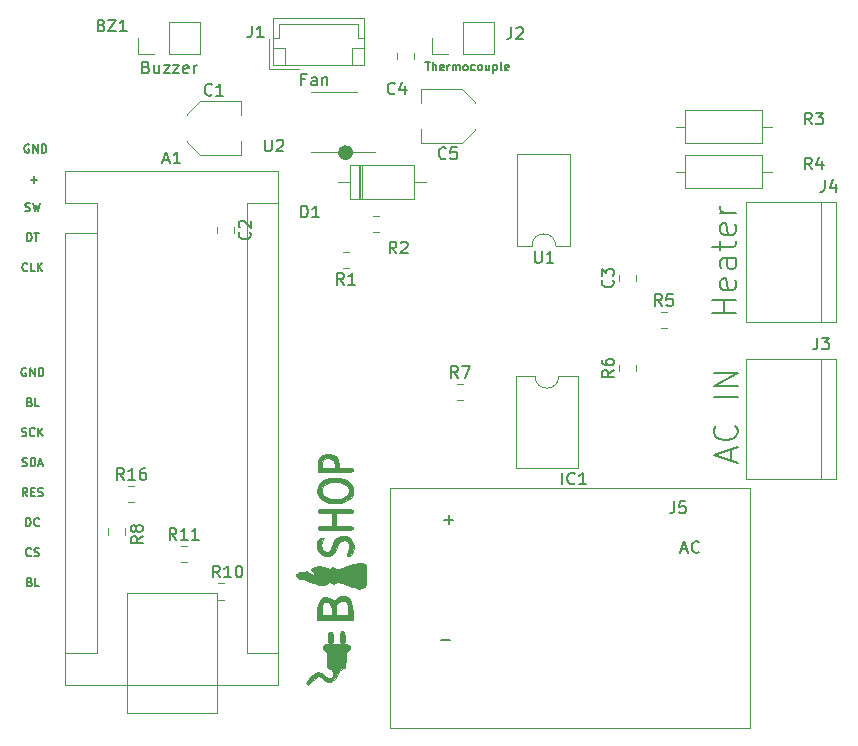
<source format=gbr>
G04 #@! TF.GenerationSoftware,KiCad,Pcbnew,5.1.4-e60b266~84~ubuntu18.04.1*
G04 #@! TF.CreationDate,2019-11-02T22:21:05+01:00*
G04 #@! TF.ProjectId,ReflowControllerREV1,5265666c-6f77-4436-9f6e-74726f6c6c65,rev?*
G04 #@! TF.SameCoordinates,Original*
G04 #@! TF.FileFunction,Legend,Top*
G04 #@! TF.FilePolarity,Positive*
%FSLAX46Y46*%
G04 Gerber Fmt 4.6, Leading zero omitted, Abs format (unit mm)*
G04 Created by KiCad (PCBNEW 5.1.4-e60b266~84~ubuntu18.04.1) date 2019-11-02 22:21:05*
%MOMM*%
%LPD*%
G04 APERTURE LIST*
%ADD10C,0.600000*%
%ADD11C,0.150000*%
%ADD12C,0.120000*%
%ADD13C,0.010000*%
G04 APERTURE END LIST*
D10*
X214706200Y-85394800D02*
G75*
G03X214706200Y-85394800I-355600J0D01*
G01*
D11*
X187599666Y-121743000D02*
X187699666Y-121776333D01*
X187733000Y-121809666D01*
X187766333Y-121876333D01*
X187766333Y-121976333D01*
X187733000Y-122043000D01*
X187699666Y-122076333D01*
X187633000Y-122109666D01*
X187366333Y-122109666D01*
X187366333Y-121409666D01*
X187599666Y-121409666D01*
X187666333Y-121443000D01*
X187699666Y-121476333D01*
X187733000Y-121543000D01*
X187733000Y-121609666D01*
X187699666Y-121676333D01*
X187666333Y-121709666D01*
X187599666Y-121743000D01*
X187366333Y-121743000D01*
X188399666Y-122109666D02*
X188066333Y-122109666D01*
X188066333Y-121409666D01*
X187716333Y-119503000D02*
X187683000Y-119536333D01*
X187583000Y-119569666D01*
X187516333Y-119569666D01*
X187416333Y-119536333D01*
X187349666Y-119469666D01*
X187316333Y-119403000D01*
X187283000Y-119269666D01*
X187283000Y-119169666D01*
X187316333Y-119036333D01*
X187349666Y-118969666D01*
X187416333Y-118903000D01*
X187516333Y-118869666D01*
X187583000Y-118869666D01*
X187683000Y-118903000D01*
X187716333Y-118936333D01*
X187983000Y-119536333D02*
X188083000Y-119569666D01*
X188249666Y-119569666D01*
X188316333Y-119536333D01*
X188349666Y-119503000D01*
X188383000Y-119436333D01*
X188383000Y-119369666D01*
X188349666Y-119303000D01*
X188316333Y-119269666D01*
X188249666Y-119236333D01*
X188116333Y-119203000D01*
X188049666Y-119169666D01*
X188016333Y-119136333D01*
X187983000Y-119069666D01*
X187983000Y-119003000D01*
X188016333Y-118936333D01*
X188049666Y-118903000D01*
X188116333Y-118869666D01*
X188283000Y-118869666D01*
X188383000Y-118903000D01*
X187299666Y-117029666D02*
X187299666Y-116329666D01*
X187466333Y-116329666D01*
X187566333Y-116363000D01*
X187633000Y-116429666D01*
X187666333Y-116496333D01*
X187699666Y-116629666D01*
X187699666Y-116729666D01*
X187666333Y-116863000D01*
X187633000Y-116929666D01*
X187566333Y-116996333D01*
X187466333Y-117029666D01*
X187299666Y-117029666D01*
X188399666Y-116963000D02*
X188366333Y-116996333D01*
X188266333Y-117029666D01*
X188199666Y-117029666D01*
X188099666Y-116996333D01*
X188033000Y-116929666D01*
X187999666Y-116863000D01*
X187966333Y-116729666D01*
X187966333Y-116629666D01*
X187999666Y-116496333D01*
X188033000Y-116429666D01*
X188099666Y-116363000D01*
X188199666Y-116329666D01*
X188266333Y-116329666D01*
X188366333Y-116363000D01*
X188399666Y-116396333D01*
X187399666Y-114489666D02*
X187166333Y-114156333D01*
X186999666Y-114489666D02*
X186999666Y-113789666D01*
X187266333Y-113789666D01*
X187333000Y-113823000D01*
X187366333Y-113856333D01*
X187399666Y-113923000D01*
X187399666Y-114023000D01*
X187366333Y-114089666D01*
X187333000Y-114123000D01*
X187266333Y-114156333D01*
X186999666Y-114156333D01*
X187699666Y-114123000D02*
X187933000Y-114123000D01*
X188033000Y-114489666D02*
X187699666Y-114489666D01*
X187699666Y-113789666D01*
X188033000Y-113789666D01*
X188299666Y-114456333D02*
X188399666Y-114489666D01*
X188566333Y-114489666D01*
X188633000Y-114456333D01*
X188666333Y-114423000D01*
X188699666Y-114356333D01*
X188699666Y-114289666D01*
X188666333Y-114223000D01*
X188633000Y-114189666D01*
X188566333Y-114156333D01*
X188433000Y-114123000D01*
X188366333Y-114089666D01*
X188333000Y-114056333D01*
X188299666Y-113989666D01*
X188299666Y-113923000D01*
X188333000Y-113856333D01*
X188366333Y-113823000D01*
X188433000Y-113789666D01*
X188599666Y-113789666D01*
X188699666Y-113823000D01*
X186983000Y-111916333D02*
X187083000Y-111949666D01*
X187249666Y-111949666D01*
X187316333Y-111916333D01*
X187349666Y-111883000D01*
X187383000Y-111816333D01*
X187383000Y-111749666D01*
X187349666Y-111683000D01*
X187316333Y-111649666D01*
X187249666Y-111616333D01*
X187116333Y-111583000D01*
X187049666Y-111549666D01*
X187016333Y-111516333D01*
X186983000Y-111449666D01*
X186983000Y-111383000D01*
X187016333Y-111316333D01*
X187049666Y-111283000D01*
X187116333Y-111249666D01*
X187283000Y-111249666D01*
X187383000Y-111283000D01*
X187683000Y-111949666D02*
X187683000Y-111249666D01*
X187849666Y-111249666D01*
X187949666Y-111283000D01*
X188016333Y-111349666D01*
X188049666Y-111416333D01*
X188083000Y-111549666D01*
X188083000Y-111649666D01*
X188049666Y-111783000D01*
X188016333Y-111849666D01*
X187949666Y-111916333D01*
X187849666Y-111949666D01*
X187683000Y-111949666D01*
X188349666Y-111749666D02*
X188683000Y-111749666D01*
X188283000Y-111949666D02*
X188516333Y-111249666D01*
X188749666Y-111949666D01*
X186933000Y-109376333D02*
X187033000Y-109409666D01*
X187199666Y-109409666D01*
X187266333Y-109376333D01*
X187299666Y-109343000D01*
X187333000Y-109276333D01*
X187333000Y-109209666D01*
X187299666Y-109143000D01*
X187266333Y-109109666D01*
X187199666Y-109076333D01*
X187066333Y-109043000D01*
X186999666Y-109009666D01*
X186966333Y-108976333D01*
X186933000Y-108909666D01*
X186933000Y-108843000D01*
X186966333Y-108776333D01*
X186999666Y-108743000D01*
X187066333Y-108709666D01*
X187233000Y-108709666D01*
X187333000Y-108743000D01*
X188033000Y-109343000D02*
X187999666Y-109376333D01*
X187899666Y-109409666D01*
X187833000Y-109409666D01*
X187733000Y-109376333D01*
X187666333Y-109309666D01*
X187633000Y-109243000D01*
X187599666Y-109109666D01*
X187599666Y-109009666D01*
X187633000Y-108876333D01*
X187666333Y-108809666D01*
X187733000Y-108743000D01*
X187833000Y-108709666D01*
X187899666Y-108709666D01*
X187999666Y-108743000D01*
X188033000Y-108776333D01*
X188333000Y-109409666D02*
X188333000Y-108709666D01*
X188733000Y-109409666D02*
X188433000Y-109009666D01*
X188733000Y-108709666D02*
X188333000Y-109109666D01*
X187599666Y-106503000D02*
X187699666Y-106536333D01*
X187733000Y-106569666D01*
X187766333Y-106636333D01*
X187766333Y-106736333D01*
X187733000Y-106803000D01*
X187699666Y-106836333D01*
X187633000Y-106869666D01*
X187366333Y-106869666D01*
X187366333Y-106169666D01*
X187599666Y-106169666D01*
X187666333Y-106203000D01*
X187699666Y-106236333D01*
X187733000Y-106303000D01*
X187733000Y-106369666D01*
X187699666Y-106436333D01*
X187666333Y-106469666D01*
X187599666Y-106503000D01*
X187366333Y-106503000D01*
X188399666Y-106869666D02*
X188066333Y-106869666D01*
X188066333Y-106169666D01*
X187299666Y-103663000D02*
X187233000Y-103629666D01*
X187133000Y-103629666D01*
X187033000Y-103663000D01*
X186966333Y-103729666D01*
X186933000Y-103796333D01*
X186899666Y-103929666D01*
X186899666Y-104029666D01*
X186933000Y-104163000D01*
X186966333Y-104229666D01*
X187033000Y-104296333D01*
X187133000Y-104329666D01*
X187199666Y-104329666D01*
X187299666Y-104296333D01*
X187333000Y-104263000D01*
X187333000Y-104029666D01*
X187199666Y-104029666D01*
X187633000Y-104329666D02*
X187633000Y-103629666D01*
X188033000Y-104329666D01*
X188033000Y-103629666D01*
X188366333Y-104329666D02*
X188366333Y-103629666D01*
X188533000Y-103629666D01*
X188633000Y-103663000D01*
X188699666Y-103729666D01*
X188733000Y-103796333D01*
X188766333Y-103929666D01*
X188766333Y-104029666D01*
X188733000Y-104163000D01*
X188699666Y-104229666D01*
X188633000Y-104296333D01*
X188533000Y-104329666D01*
X188366333Y-104329666D01*
X187416333Y-95373000D02*
X187383000Y-95406333D01*
X187283000Y-95439666D01*
X187216333Y-95439666D01*
X187116333Y-95406333D01*
X187049666Y-95339666D01*
X187016333Y-95273000D01*
X186983000Y-95139666D01*
X186983000Y-95039666D01*
X187016333Y-94906333D01*
X187049666Y-94839666D01*
X187116333Y-94773000D01*
X187216333Y-94739666D01*
X187283000Y-94739666D01*
X187383000Y-94773000D01*
X187416333Y-94806333D01*
X188049666Y-95439666D02*
X187716333Y-95439666D01*
X187716333Y-94739666D01*
X188283000Y-95439666D02*
X188283000Y-94739666D01*
X188683000Y-95439666D02*
X188383000Y-95039666D01*
X188683000Y-94739666D02*
X188283000Y-95139666D01*
X187383000Y-92899666D02*
X187383000Y-92199666D01*
X187549666Y-92199666D01*
X187649666Y-92233000D01*
X187716333Y-92299666D01*
X187749666Y-92366333D01*
X187783000Y-92499666D01*
X187783000Y-92599666D01*
X187749666Y-92733000D01*
X187716333Y-92799666D01*
X187649666Y-92866333D01*
X187549666Y-92899666D01*
X187383000Y-92899666D01*
X187983000Y-92199666D02*
X188383000Y-92199666D01*
X188183000Y-92899666D02*
X188183000Y-92199666D01*
X187233000Y-90326333D02*
X187333000Y-90359666D01*
X187499666Y-90359666D01*
X187566333Y-90326333D01*
X187599666Y-90293000D01*
X187633000Y-90226333D01*
X187633000Y-90159666D01*
X187599666Y-90093000D01*
X187566333Y-90059666D01*
X187499666Y-90026333D01*
X187366333Y-89993000D01*
X187299666Y-89959666D01*
X187266333Y-89926333D01*
X187233000Y-89859666D01*
X187233000Y-89793000D01*
X187266333Y-89726333D01*
X187299666Y-89693000D01*
X187366333Y-89659666D01*
X187533000Y-89659666D01*
X187633000Y-89693000D01*
X187866333Y-89659666D02*
X188033000Y-90359666D01*
X188166333Y-89859666D01*
X188299666Y-90359666D01*
X188466333Y-89659666D01*
X187693333Y-87680000D02*
X188226666Y-87680000D01*
X187960000Y-87946666D02*
X187960000Y-87413333D01*
X187553666Y-84740000D02*
X187487000Y-84706666D01*
X187387000Y-84706666D01*
X187287000Y-84740000D01*
X187220333Y-84806666D01*
X187187000Y-84873333D01*
X187153666Y-85006666D01*
X187153666Y-85106666D01*
X187187000Y-85240000D01*
X187220333Y-85306666D01*
X187287000Y-85373333D01*
X187387000Y-85406666D01*
X187453666Y-85406666D01*
X187553666Y-85373333D01*
X187587000Y-85340000D01*
X187587000Y-85106666D01*
X187453666Y-85106666D01*
X187887000Y-85406666D02*
X187887000Y-84706666D01*
X188287000Y-85406666D01*
X188287000Y-84706666D01*
X188620333Y-85406666D02*
X188620333Y-84706666D01*
X188787000Y-84706666D01*
X188887000Y-84740000D01*
X188953666Y-84806666D01*
X188987000Y-84873333D01*
X189020333Y-85006666D01*
X189020333Y-85106666D01*
X188987000Y-85240000D01*
X188953666Y-85306666D01*
X188887000Y-85373333D01*
X188787000Y-85406666D01*
X188620333Y-85406666D01*
X210947095Y-79176571D02*
X210613761Y-79176571D01*
X210613761Y-79700380D02*
X210613761Y-78700380D01*
X211089952Y-78700380D01*
X211899476Y-79700380D02*
X211899476Y-79176571D01*
X211851857Y-79081333D01*
X211756619Y-79033714D01*
X211566142Y-79033714D01*
X211470904Y-79081333D01*
X211899476Y-79652761D02*
X211804238Y-79700380D01*
X211566142Y-79700380D01*
X211470904Y-79652761D01*
X211423285Y-79557523D01*
X211423285Y-79462285D01*
X211470904Y-79367047D01*
X211566142Y-79319428D01*
X211804238Y-79319428D01*
X211899476Y-79271809D01*
X212375666Y-79033714D02*
X212375666Y-79700380D01*
X212375666Y-79128952D02*
X212423285Y-79081333D01*
X212518523Y-79033714D01*
X212661380Y-79033714D01*
X212756619Y-79081333D01*
X212804238Y-79176571D01*
X212804238Y-79700380D01*
X197461428Y-78160571D02*
X197604285Y-78208190D01*
X197651904Y-78255809D01*
X197699523Y-78351047D01*
X197699523Y-78493904D01*
X197651904Y-78589142D01*
X197604285Y-78636761D01*
X197509047Y-78684380D01*
X197128095Y-78684380D01*
X197128095Y-77684380D01*
X197461428Y-77684380D01*
X197556666Y-77732000D01*
X197604285Y-77779619D01*
X197651904Y-77874857D01*
X197651904Y-77970095D01*
X197604285Y-78065333D01*
X197556666Y-78112952D01*
X197461428Y-78160571D01*
X197128095Y-78160571D01*
X198556666Y-78017714D02*
X198556666Y-78684380D01*
X198128095Y-78017714D02*
X198128095Y-78541523D01*
X198175714Y-78636761D01*
X198270952Y-78684380D01*
X198413809Y-78684380D01*
X198509047Y-78636761D01*
X198556666Y-78589142D01*
X198937619Y-78017714D02*
X199461428Y-78017714D01*
X198937619Y-78684380D01*
X199461428Y-78684380D01*
X199747142Y-78017714D02*
X200270952Y-78017714D01*
X199747142Y-78684380D01*
X200270952Y-78684380D01*
X201032857Y-78636761D02*
X200937619Y-78684380D01*
X200747142Y-78684380D01*
X200651904Y-78636761D01*
X200604285Y-78541523D01*
X200604285Y-78160571D01*
X200651904Y-78065333D01*
X200747142Y-78017714D01*
X200937619Y-78017714D01*
X201032857Y-78065333D01*
X201080476Y-78160571D01*
X201080476Y-78255809D01*
X200604285Y-78351047D01*
X201509047Y-78684380D02*
X201509047Y-78017714D01*
X201509047Y-78208190D02*
X201556666Y-78112952D01*
X201604285Y-78065333D01*
X201699523Y-78017714D01*
X201794761Y-78017714D01*
X221113000Y-77721666D02*
X221513000Y-77721666D01*
X221313000Y-78421666D02*
X221313000Y-77721666D01*
X221746333Y-78421666D02*
X221746333Y-77721666D01*
X222046333Y-78421666D02*
X222046333Y-78055000D01*
X222013000Y-77988333D01*
X221946333Y-77955000D01*
X221846333Y-77955000D01*
X221779666Y-77988333D01*
X221746333Y-78021666D01*
X222646333Y-78388333D02*
X222579666Y-78421666D01*
X222446333Y-78421666D01*
X222379666Y-78388333D01*
X222346333Y-78321666D01*
X222346333Y-78055000D01*
X222379666Y-77988333D01*
X222446333Y-77955000D01*
X222579666Y-77955000D01*
X222646333Y-77988333D01*
X222679666Y-78055000D01*
X222679666Y-78121666D01*
X222346333Y-78188333D01*
X222979666Y-78421666D02*
X222979666Y-77955000D01*
X222979666Y-78088333D02*
X223013000Y-78021666D01*
X223046333Y-77988333D01*
X223113000Y-77955000D01*
X223179666Y-77955000D01*
X223413000Y-78421666D02*
X223413000Y-77955000D01*
X223413000Y-78021666D02*
X223446333Y-77988333D01*
X223513000Y-77955000D01*
X223613000Y-77955000D01*
X223679666Y-77988333D01*
X223713000Y-78055000D01*
X223713000Y-78421666D01*
X223713000Y-78055000D02*
X223746333Y-77988333D01*
X223813000Y-77955000D01*
X223913000Y-77955000D01*
X223979666Y-77988333D01*
X224013000Y-78055000D01*
X224013000Y-78421666D01*
X224446333Y-78421666D02*
X224379666Y-78388333D01*
X224346333Y-78355000D01*
X224313000Y-78288333D01*
X224313000Y-78088333D01*
X224346333Y-78021666D01*
X224379666Y-77988333D01*
X224446333Y-77955000D01*
X224546333Y-77955000D01*
X224613000Y-77988333D01*
X224646333Y-78021666D01*
X224679666Y-78088333D01*
X224679666Y-78288333D01*
X224646333Y-78355000D01*
X224613000Y-78388333D01*
X224546333Y-78421666D01*
X224446333Y-78421666D01*
X225279666Y-78388333D02*
X225213000Y-78421666D01*
X225079666Y-78421666D01*
X225013000Y-78388333D01*
X224979666Y-78355000D01*
X224946333Y-78288333D01*
X224946333Y-78088333D01*
X224979666Y-78021666D01*
X225013000Y-77988333D01*
X225079666Y-77955000D01*
X225213000Y-77955000D01*
X225279666Y-77988333D01*
X225679666Y-78421666D02*
X225613000Y-78388333D01*
X225579666Y-78355000D01*
X225546333Y-78288333D01*
X225546333Y-78088333D01*
X225579666Y-78021666D01*
X225613000Y-77988333D01*
X225679666Y-77955000D01*
X225779666Y-77955000D01*
X225846333Y-77988333D01*
X225879666Y-78021666D01*
X225913000Y-78088333D01*
X225913000Y-78288333D01*
X225879666Y-78355000D01*
X225846333Y-78388333D01*
X225779666Y-78421666D01*
X225679666Y-78421666D01*
X226513000Y-77955000D02*
X226513000Y-78421666D01*
X226213000Y-77955000D02*
X226213000Y-78321666D01*
X226246333Y-78388333D01*
X226313000Y-78421666D01*
X226413000Y-78421666D01*
X226479666Y-78388333D01*
X226513000Y-78355000D01*
X226846333Y-77955000D02*
X226846333Y-78655000D01*
X226846333Y-77988333D02*
X226913000Y-77955000D01*
X227046333Y-77955000D01*
X227113000Y-77988333D01*
X227146333Y-78021666D01*
X227179666Y-78088333D01*
X227179666Y-78288333D01*
X227146333Y-78355000D01*
X227113000Y-78388333D01*
X227046333Y-78421666D01*
X226913000Y-78421666D01*
X226846333Y-78388333D01*
X227579666Y-78421666D02*
X227513000Y-78388333D01*
X227479666Y-78321666D01*
X227479666Y-77721666D01*
X228113000Y-78388333D02*
X228046333Y-78421666D01*
X227913000Y-78421666D01*
X227846333Y-78388333D01*
X227813000Y-78321666D01*
X227813000Y-78055000D01*
X227846333Y-77988333D01*
X227913000Y-77955000D01*
X228046333Y-77955000D01*
X228113000Y-77988333D01*
X228146333Y-78055000D01*
X228146333Y-78121666D01*
X227813000Y-78188333D01*
X247411761Y-98995952D02*
X245411761Y-98995952D01*
X246364142Y-98995952D02*
X246364142Y-97853095D01*
X247411761Y-97853095D02*
X245411761Y-97853095D01*
X247316523Y-96138809D02*
X247411761Y-96329285D01*
X247411761Y-96710238D01*
X247316523Y-96900714D01*
X247126047Y-96995952D01*
X246364142Y-96995952D01*
X246173666Y-96900714D01*
X246078428Y-96710238D01*
X246078428Y-96329285D01*
X246173666Y-96138809D01*
X246364142Y-96043571D01*
X246554619Y-96043571D01*
X246745095Y-96995952D01*
X247411761Y-94329285D02*
X246364142Y-94329285D01*
X246173666Y-94424523D01*
X246078428Y-94615000D01*
X246078428Y-94995952D01*
X246173666Y-95186428D01*
X247316523Y-94329285D02*
X247411761Y-94519761D01*
X247411761Y-94995952D01*
X247316523Y-95186428D01*
X247126047Y-95281666D01*
X246935571Y-95281666D01*
X246745095Y-95186428D01*
X246649857Y-94995952D01*
X246649857Y-94519761D01*
X246554619Y-94329285D01*
X246078428Y-93662619D02*
X246078428Y-92900714D01*
X245411761Y-93376904D02*
X247126047Y-93376904D01*
X247316523Y-93281666D01*
X247411761Y-93091190D01*
X247411761Y-92900714D01*
X247316523Y-91472142D02*
X247411761Y-91662619D01*
X247411761Y-92043571D01*
X247316523Y-92234047D01*
X247126047Y-92329285D01*
X246364142Y-92329285D01*
X246173666Y-92234047D01*
X246078428Y-92043571D01*
X246078428Y-91662619D01*
X246173666Y-91472142D01*
X246364142Y-91376904D01*
X246554619Y-91376904D01*
X246745095Y-92329285D01*
X247411761Y-90519761D02*
X246078428Y-90519761D01*
X246459380Y-90519761D02*
X246268904Y-90424523D01*
X246173666Y-90329285D01*
X246078428Y-90138809D01*
X246078428Y-89948333D01*
X246967333Y-111457904D02*
X246967333Y-110505523D01*
X247538761Y-111648380D02*
X245538761Y-110981714D01*
X247538761Y-110315047D01*
X247348285Y-108505523D02*
X247443523Y-108600761D01*
X247538761Y-108886476D01*
X247538761Y-109076952D01*
X247443523Y-109362666D01*
X247253047Y-109553142D01*
X247062571Y-109648380D01*
X246681619Y-109743619D01*
X246395904Y-109743619D01*
X246014952Y-109648380D01*
X245824476Y-109553142D01*
X245634000Y-109362666D01*
X245538761Y-109076952D01*
X245538761Y-108886476D01*
X245634000Y-108600761D01*
X245729238Y-108505523D01*
X247538761Y-106124571D02*
X245538761Y-106124571D01*
X247538761Y-105172190D02*
X245538761Y-105172190D01*
X247538761Y-104029333D01*
X245538761Y-104029333D01*
D12*
X195834000Y-132842000D02*
X195834000Y-122682000D01*
X203454000Y-132842000D02*
X195834000Y-132842000D01*
X203454000Y-122682000D02*
X203454000Y-132842000D01*
X195834000Y-122682000D02*
X203454000Y-122682000D01*
D13*
G36*
X212868048Y-126445690D02*
G01*
X212868941Y-126428500D01*
X212891037Y-126150797D01*
X212930589Y-126003467D01*
X213003175Y-125947560D01*
X213063667Y-125941666D01*
X213161400Y-125963550D01*
X213217424Y-126055169D01*
X213247317Y-126255471D01*
X213258392Y-126428500D01*
X213268573Y-126702180D01*
X213251634Y-126847478D01*
X213191336Y-126904993D01*
X213071439Y-126915327D01*
X213063667Y-126915333D01*
X212940397Y-126906281D01*
X212877530Y-126852057D01*
X212858827Y-126712060D01*
X212868048Y-126445690D01*
X212868048Y-126445690D01*
G37*
X212868048Y-126445690D02*
X212868941Y-126428500D01*
X212891037Y-126150797D01*
X212930589Y-126003467D01*
X213003175Y-125947560D01*
X213063667Y-125941666D01*
X213161400Y-125963550D01*
X213217424Y-126055169D01*
X213247317Y-126255471D01*
X213258392Y-126428500D01*
X213268573Y-126702180D01*
X213251634Y-126847478D01*
X213191336Y-126904993D01*
X213071439Y-126915327D01*
X213063667Y-126915333D01*
X212940397Y-126906281D01*
X212877530Y-126852057D01*
X212858827Y-126712060D01*
X212868048Y-126445690D01*
G36*
X213882328Y-126150667D02*
G01*
X213931389Y-125986717D01*
X214003545Y-125926672D01*
X214154089Y-125935923D01*
X214248833Y-126101960D01*
X214288599Y-126426464D01*
X214290037Y-126513166D01*
X214283139Y-126756399D01*
X214244927Y-126874810D01*
X214152217Y-126912718D01*
X214079667Y-126915333D01*
X213958699Y-126903337D01*
X213895559Y-126839797D01*
X213871566Y-126683385D01*
X213868000Y-126447009D01*
X213882328Y-126150667D01*
X213882328Y-126150667D01*
G37*
X213882328Y-126150667D02*
X213931389Y-125986717D01*
X214003545Y-125926672D01*
X214154089Y-125935923D01*
X214248833Y-126101960D01*
X214288599Y-126426464D01*
X214290037Y-126513166D01*
X214283139Y-126756399D01*
X214244927Y-126874810D01*
X214152217Y-126912718D01*
X214079667Y-126915333D01*
X213958699Y-126903337D01*
X213895559Y-126839797D01*
X213871566Y-126683385D01*
X213868000Y-126447009D01*
X213882328Y-126150667D01*
G36*
X211088197Y-130179888D02*
G01*
X211251854Y-129957039D01*
X211283854Y-129917683D01*
X211565257Y-129610091D01*
X211803862Y-129441041D01*
X212029514Y-129396117D01*
X212249397Y-129451218D01*
X212479865Y-129578885D01*
X212647335Y-129717070D01*
X212847475Y-129847103D01*
X213072482Y-129870021D01*
X213251844Y-129779380D01*
X213257460Y-129772833D01*
X213319480Y-129579854D01*
X213258873Y-129354206D01*
X213096296Y-129153462D01*
X213015124Y-129097421D01*
X212888707Y-129015733D01*
X212814765Y-128921866D01*
X212779256Y-128771722D01*
X212768139Y-128521205D01*
X212767333Y-128319250D01*
X212761433Y-127984798D01*
X212737462Y-127779096D01*
X212686012Y-127661782D01*
X212598000Y-127592666D01*
X212470480Y-127453771D01*
X212432369Y-127267427D01*
X212488343Y-127105138D01*
X212562591Y-127051392D01*
X212711196Y-127027634D01*
X212982511Y-127011439D01*
X213330082Y-127002806D01*
X213707453Y-127001736D01*
X214068172Y-127008228D01*
X214365782Y-127022283D01*
X214553831Y-127043900D01*
X214580742Y-127051392D01*
X214690886Y-127168863D01*
X214705516Y-127350717D01*
X214628910Y-127524534D01*
X214548875Y-127590771D01*
X214461603Y-127663640D01*
X214407105Y-127793588D01*
X214375454Y-128019369D01*
X214358375Y-128334583D01*
X214342866Y-128665637D01*
X214316654Y-128869579D01*
X214263970Y-128988557D01*
X214169043Y-129064715D01*
X214065748Y-129116666D01*
X213830257Y-129299433D01*
X213751320Y-129471727D01*
X213641711Y-129735862D01*
X213448673Y-129983512D01*
X213218972Y-130166963D01*
X212999781Y-130238500D01*
X212802152Y-130186834D01*
X212556551Y-130055869D01*
X212442029Y-129973916D01*
X212229320Y-129820614D01*
X212059954Y-129725112D01*
X212005136Y-129709333D01*
X211898220Y-129767764D01*
X211721134Y-129920162D01*
X211533851Y-130110631D01*
X211318397Y-130330112D01*
X211177492Y-130430183D01*
X211084968Y-130427561D01*
X211064133Y-130410666D01*
X211030278Y-130320652D01*
X211088197Y-130179888D01*
X211088197Y-130179888D01*
G37*
X211088197Y-130179888D02*
X211251854Y-129957039D01*
X211283854Y-129917683D01*
X211565257Y-129610091D01*
X211803862Y-129441041D01*
X212029514Y-129396117D01*
X212249397Y-129451218D01*
X212479865Y-129578885D01*
X212647335Y-129717070D01*
X212847475Y-129847103D01*
X213072482Y-129870021D01*
X213251844Y-129779380D01*
X213257460Y-129772833D01*
X213319480Y-129579854D01*
X213258873Y-129354206D01*
X213096296Y-129153462D01*
X213015124Y-129097421D01*
X212888707Y-129015733D01*
X212814765Y-128921866D01*
X212779256Y-128771722D01*
X212768139Y-128521205D01*
X212767333Y-128319250D01*
X212761433Y-127984798D01*
X212737462Y-127779096D01*
X212686012Y-127661782D01*
X212598000Y-127592666D01*
X212470480Y-127453771D01*
X212432369Y-127267427D01*
X212488343Y-127105138D01*
X212562591Y-127051392D01*
X212711196Y-127027634D01*
X212982511Y-127011439D01*
X213330082Y-127002806D01*
X213707453Y-127001736D01*
X214068172Y-127008228D01*
X214365782Y-127022283D01*
X214553831Y-127043900D01*
X214580742Y-127051392D01*
X214690886Y-127168863D01*
X214705516Y-127350717D01*
X214628910Y-127524534D01*
X214548875Y-127590771D01*
X214461603Y-127663640D01*
X214407105Y-127793588D01*
X214375454Y-128019369D01*
X214358375Y-128334583D01*
X214342866Y-128665637D01*
X214316654Y-128869579D01*
X214263970Y-128988557D01*
X214169043Y-129064715D01*
X214065748Y-129116666D01*
X213830257Y-129299433D01*
X213751320Y-129471727D01*
X213641711Y-129735862D01*
X213448673Y-129983512D01*
X213218972Y-130166963D01*
X212999781Y-130238500D01*
X212802152Y-130186834D01*
X212556551Y-130055869D01*
X212442029Y-129973916D01*
X212229320Y-129820614D01*
X212059954Y-129725112D01*
X212005136Y-129709333D01*
X211898220Y-129767764D01*
X211721134Y-129920162D01*
X211533851Y-130110631D01*
X211318397Y-130330112D01*
X211177492Y-130430183D01*
X211084968Y-130427561D01*
X211064133Y-130410666D01*
X211030278Y-130320652D01*
X211088197Y-130179888D01*
G36*
X212008026Y-111908166D02*
G01*
X212050513Y-111473424D01*
X212182909Y-111174401D01*
X212420373Y-110994875D01*
X212778061Y-110918626D01*
X212937613Y-110913333D01*
X213304402Y-110987514D01*
X213583841Y-111192470D01*
X213749373Y-111501820D01*
X213783333Y-111753487D01*
X213783333Y-112098666D01*
X214376000Y-112098666D01*
X214687464Y-112103235D01*
X214865898Y-112123837D01*
X214947508Y-112170817D01*
X214968501Y-112254521D01*
X214968667Y-112268000D01*
X214961290Y-112328933D01*
X214923619Y-112373178D01*
X214832341Y-112403400D01*
X214664146Y-112422262D01*
X214395720Y-112432429D01*
X214003753Y-112436564D01*
X213487000Y-112437333D01*
X212344000Y-112437333D01*
X212344000Y-112098666D01*
X213444667Y-112098666D01*
X213444667Y-111807134D01*
X213393025Y-111537885D01*
X213256494Y-111383801D01*
X212971703Y-111264852D01*
X212700402Y-111285292D01*
X212482673Y-111426525D01*
X212358599Y-111669958D01*
X212344000Y-111807134D01*
X212344000Y-112098666D01*
X212344000Y-112437333D01*
X212005333Y-112437333D01*
X212008026Y-111908166D01*
X212008026Y-111908166D01*
G37*
X212008026Y-111908166D02*
X212050513Y-111473424D01*
X212182909Y-111174401D01*
X212420373Y-110994875D01*
X212778061Y-110918626D01*
X212937613Y-110913333D01*
X213304402Y-110987514D01*
X213583841Y-111192470D01*
X213749373Y-111501820D01*
X213783333Y-111753487D01*
X213783333Y-112098666D01*
X214376000Y-112098666D01*
X214687464Y-112103235D01*
X214865898Y-112123837D01*
X214947508Y-112170817D01*
X214968501Y-112254521D01*
X214968667Y-112268000D01*
X214961290Y-112328933D01*
X214923619Y-112373178D01*
X214832341Y-112403400D01*
X214664146Y-112422262D01*
X214395720Y-112432429D01*
X214003753Y-112436564D01*
X213487000Y-112437333D01*
X212344000Y-112437333D01*
X212344000Y-112098666D01*
X213444667Y-112098666D01*
X213444667Y-111807134D01*
X213393025Y-111537885D01*
X213256494Y-111383801D01*
X212971703Y-111264852D01*
X212700402Y-111285292D01*
X212482673Y-111426525D01*
X212358599Y-111669958D01*
X212344000Y-111807134D01*
X212344000Y-112098666D01*
X212344000Y-112437333D01*
X212005333Y-112437333D01*
X212008026Y-111908166D01*
G36*
X212012710Y-115678400D02*
G01*
X212050381Y-115634155D01*
X212141659Y-115603933D01*
X212309854Y-115585071D01*
X212578280Y-115574904D01*
X212970247Y-115570769D01*
X213487000Y-115570000D01*
X214020166Y-115570843D01*
X214407312Y-115575148D01*
X214671751Y-115585580D01*
X214836793Y-115604802D01*
X214925752Y-115635479D01*
X214961937Y-115680276D01*
X214968667Y-115739333D01*
X214955274Y-115821668D01*
X214893023Y-115871960D01*
X214748803Y-115898000D01*
X214489504Y-115907578D01*
X214249000Y-115908666D01*
X213529333Y-115908666D01*
X213529333Y-117009333D01*
X214249000Y-117009333D01*
X214598923Y-117012484D01*
X214812664Y-117027132D01*
X214923332Y-117061066D01*
X214964039Y-117122077D01*
X214968667Y-117178666D01*
X214961290Y-117239600D01*
X214923619Y-117283845D01*
X214832341Y-117314067D01*
X214664146Y-117332929D01*
X214395720Y-117343095D01*
X214003753Y-117347231D01*
X213487000Y-117348000D01*
X212953834Y-117347157D01*
X212566687Y-117342852D01*
X212302249Y-117332420D01*
X212137206Y-117313197D01*
X212048248Y-117282520D01*
X212012062Y-117237724D01*
X212005333Y-117178666D01*
X212021323Y-117089677D01*
X212093430Y-117038696D01*
X212257861Y-117015378D01*
X212550824Y-117009380D01*
X212598000Y-117009333D01*
X213190667Y-117009333D01*
X213190667Y-115908666D01*
X212598000Y-115908666D01*
X212286535Y-115904098D01*
X212108102Y-115883496D01*
X212026492Y-115836516D01*
X212005498Y-115752812D01*
X212005333Y-115739333D01*
X212012710Y-115678400D01*
X212012710Y-115678400D01*
G37*
X212012710Y-115678400D02*
X212050381Y-115634155D01*
X212141659Y-115603933D01*
X212309854Y-115585071D01*
X212578280Y-115574904D01*
X212970247Y-115570769D01*
X213487000Y-115570000D01*
X214020166Y-115570843D01*
X214407312Y-115575148D01*
X214671751Y-115585580D01*
X214836793Y-115604802D01*
X214925752Y-115635479D01*
X214961937Y-115680276D01*
X214968667Y-115739333D01*
X214955274Y-115821668D01*
X214893023Y-115871960D01*
X214748803Y-115898000D01*
X214489504Y-115907578D01*
X214249000Y-115908666D01*
X213529333Y-115908666D01*
X213529333Y-117009333D01*
X214249000Y-117009333D01*
X214598923Y-117012484D01*
X214812664Y-117027132D01*
X214923332Y-117061066D01*
X214964039Y-117122077D01*
X214968667Y-117178666D01*
X214961290Y-117239600D01*
X214923619Y-117283845D01*
X214832341Y-117314067D01*
X214664146Y-117332929D01*
X214395720Y-117343095D01*
X214003753Y-117347231D01*
X213487000Y-117348000D01*
X212953834Y-117347157D01*
X212566687Y-117342852D01*
X212302249Y-117332420D01*
X212137206Y-117313197D01*
X212048248Y-117282520D01*
X212012062Y-117237724D01*
X212005333Y-117178666D01*
X212021323Y-117089677D01*
X212093430Y-117038696D01*
X212257861Y-117015378D01*
X212550824Y-117009380D01*
X212598000Y-117009333D01*
X213190667Y-117009333D01*
X213190667Y-115908666D01*
X212598000Y-115908666D01*
X212286535Y-115904098D01*
X212108102Y-115883496D01*
X212026492Y-115836516D01*
X212005498Y-115752812D01*
X212005333Y-115739333D01*
X212012710Y-115678400D01*
G36*
X211922686Y-124481166D02*
G01*
X211958260Y-123908971D01*
X212062563Y-123485365D01*
X212240046Y-123202279D01*
X212495161Y-123051643D01*
X212728332Y-123020666D01*
X212978417Y-123068329D01*
X213178800Y-123187769D01*
X213273653Y-123343667D01*
X213275333Y-123366717D01*
X213324001Y-123360084D01*
X213447039Y-123250947D01*
X213518606Y-123174402D01*
X213736058Y-122980788D01*
X213962515Y-122906692D01*
X214057957Y-122902133D01*
X214404944Y-122956082D01*
X214662975Y-123125022D01*
X214838530Y-123419595D01*
X214938093Y-123850443D01*
X214968194Y-124396500D01*
X214968667Y-124968000D01*
X213529333Y-124968000D01*
X213529333Y-124544666D01*
X214545333Y-124544666D01*
X214545333Y-124053600D01*
X214528732Y-123768814D01*
X214485882Y-123547600D01*
X214443733Y-123460933D01*
X214261771Y-123378044D01*
X214009956Y-123366480D01*
X213770435Y-123422934D01*
X213662381Y-123492381D01*
X213564618Y-123699336D01*
X213529435Y-124060070D01*
X213529333Y-124085047D01*
X213529333Y-124544666D01*
X213529333Y-124968000D01*
X212344000Y-124968000D01*
X212344000Y-124544666D01*
X213211635Y-124544666D01*
X213172372Y-124071207D01*
X213127731Y-123774701D01*
X213057481Y-123573966D01*
X213013721Y-123522170D01*
X212786137Y-123450562D01*
X212552771Y-123479498D01*
X212445600Y-123545600D01*
X212387817Y-123683562D01*
X212351013Y-123925510D01*
X212344000Y-124095933D01*
X212344000Y-124544666D01*
X212344000Y-124968000D01*
X211920667Y-124968000D01*
X211922686Y-124481166D01*
X211922686Y-124481166D01*
G37*
X211922686Y-124481166D02*
X211958260Y-123908971D01*
X212062563Y-123485365D01*
X212240046Y-123202279D01*
X212495161Y-123051643D01*
X212728332Y-123020666D01*
X212978417Y-123068329D01*
X213178800Y-123187769D01*
X213273653Y-123343667D01*
X213275333Y-123366717D01*
X213324001Y-123360084D01*
X213447039Y-123250947D01*
X213518606Y-123174402D01*
X213736058Y-122980788D01*
X213962515Y-122906692D01*
X214057957Y-122902133D01*
X214404944Y-122956082D01*
X214662975Y-123125022D01*
X214838530Y-123419595D01*
X214938093Y-123850443D01*
X214968194Y-124396500D01*
X214968667Y-124968000D01*
X213529333Y-124968000D01*
X213529333Y-124544666D01*
X214545333Y-124544666D01*
X214545333Y-124053600D01*
X214528732Y-123768814D01*
X214485882Y-123547600D01*
X214443733Y-123460933D01*
X214261771Y-123378044D01*
X214009956Y-123366480D01*
X213770435Y-123422934D01*
X213662381Y-123492381D01*
X213564618Y-123699336D01*
X213529435Y-124060070D01*
X213529333Y-124085047D01*
X213529333Y-124544666D01*
X213529333Y-124968000D01*
X212344000Y-124968000D01*
X212344000Y-124544666D01*
X213211635Y-124544666D01*
X213172372Y-124071207D01*
X213127731Y-123774701D01*
X213057481Y-123573966D01*
X213013721Y-123522170D01*
X212786137Y-123450562D01*
X212552771Y-123479498D01*
X212445600Y-123545600D01*
X212387817Y-123683562D01*
X212351013Y-123925510D01*
X212344000Y-124095933D01*
X212344000Y-124544666D01*
X212344000Y-124968000D01*
X211920667Y-124968000D01*
X211922686Y-124481166D01*
G36*
X212017676Y-113672940D02*
G01*
X212212457Y-113363449D01*
X212534192Y-113115023D01*
X212709345Y-113035386D01*
X212992167Y-112973733D01*
X213368283Y-112949016D01*
X213768322Y-112960110D01*
X214122913Y-113005891D01*
X214315219Y-113061421D01*
X214652658Y-113275278D01*
X214894641Y-113568490D01*
X215021191Y-113902357D01*
X215012328Y-114238180D01*
X214976501Y-114342333D01*
X214794098Y-114602809D01*
X214511916Y-114839898D01*
X214250737Y-114976985D01*
X213877534Y-115058764D01*
X213466006Y-115071086D01*
X213466006Y-114718428D01*
X213881548Y-114690561D01*
X214224550Y-114601542D01*
X214252810Y-114588851D01*
X214515138Y-114388908D01*
X214640794Y-114130088D01*
X214630128Y-113853003D01*
X214483492Y-113598266D01*
X214242750Y-113425071D01*
X213899562Y-113324154D01*
X213481090Y-113288643D01*
X213064435Y-113319046D01*
X212728360Y-113415080D01*
X212452394Y-113619532D01*
X212317475Y-113878815D01*
X212323730Y-114155020D01*
X212471286Y-114410239D01*
X212724440Y-114590393D01*
X213054708Y-114685064D01*
X213466006Y-114718428D01*
X213466006Y-115071086D01*
X213426359Y-115072274D01*
X212972525Y-115021200D01*
X212591343Y-114909226D01*
X212558867Y-114894216D01*
X212220443Y-114654134D01*
X212019129Y-114349649D01*
X211952387Y-114012129D01*
X212017676Y-113672940D01*
X212017676Y-113672940D01*
G37*
X212017676Y-113672940D02*
X212212457Y-113363449D01*
X212534192Y-113115023D01*
X212709345Y-113035386D01*
X212992167Y-112973733D01*
X213368283Y-112949016D01*
X213768322Y-112960110D01*
X214122913Y-113005891D01*
X214315219Y-113061421D01*
X214652658Y-113275278D01*
X214894641Y-113568490D01*
X215021191Y-113902357D01*
X215012328Y-114238180D01*
X214976501Y-114342333D01*
X214794098Y-114602809D01*
X214511916Y-114839898D01*
X214250737Y-114976985D01*
X213877534Y-115058764D01*
X213466006Y-115071086D01*
X213466006Y-114718428D01*
X213881548Y-114690561D01*
X214224550Y-114601542D01*
X214252810Y-114588851D01*
X214515138Y-114388908D01*
X214640794Y-114130088D01*
X214630128Y-113853003D01*
X214483492Y-113598266D01*
X214242750Y-113425071D01*
X213899562Y-113324154D01*
X213481090Y-113288643D01*
X213064435Y-113319046D01*
X212728360Y-113415080D01*
X212452394Y-113619532D01*
X212317475Y-113878815D01*
X212323730Y-114155020D01*
X212471286Y-114410239D01*
X212724440Y-114590393D01*
X213054708Y-114685064D01*
X213466006Y-114718428D01*
X213466006Y-115071086D01*
X213426359Y-115072274D01*
X212972525Y-115021200D01*
X212591343Y-114909226D01*
X212558867Y-114894216D01*
X212220443Y-114654134D01*
X212019129Y-114349649D01*
X211952387Y-114012129D01*
X212017676Y-113672940D01*
G36*
X211972730Y-118424688D02*
G01*
X212037843Y-118192896D01*
X212129888Y-118081007D01*
X212278447Y-118041074D01*
X212509227Y-118014482D01*
X212382846Y-118316954D01*
X212305196Y-118644633D01*
X212347905Y-118919752D01*
X212493199Y-119112592D01*
X212723303Y-119193431D01*
X212896244Y-119175419D01*
X213032203Y-119100125D01*
X213138415Y-118928378D01*
X213225058Y-118675122D01*
X213371498Y-118294753D01*
X213563077Y-118052488D01*
X213828992Y-117917851D01*
X213983100Y-117883863D01*
X214367170Y-117888912D01*
X214687250Y-118024308D01*
X214908350Y-118273554D01*
X214936748Y-118333533D01*
X215027780Y-118610465D01*
X215035010Y-118859114D01*
X214959002Y-119162063D01*
X214942721Y-119210666D01*
X214821506Y-119440868D01*
X214649395Y-119534045D01*
X214639249Y-119535617D01*
X214496917Y-119535719D01*
X214483235Y-119454641D01*
X214499900Y-119408617D01*
X214635476Y-118967062D01*
X214652023Y-118615714D01*
X214551279Y-118366145D01*
X214334982Y-118229926D01*
X214322332Y-118226590D01*
X214056696Y-118238419D01*
X213827872Y-118401694D01*
X213656203Y-118699327D01*
X213616989Y-118818989D01*
X213476135Y-119173708D01*
X213275228Y-119392807D01*
X212983105Y-119507518D01*
X212917940Y-119519570D01*
X212545784Y-119508066D01*
X212245980Y-119359748D01*
X212039787Y-119099243D01*
X211948467Y-118751177D01*
X211972730Y-118424688D01*
X211972730Y-118424688D01*
G37*
X211972730Y-118424688D02*
X212037843Y-118192896D01*
X212129888Y-118081007D01*
X212278447Y-118041074D01*
X212509227Y-118014482D01*
X212382846Y-118316954D01*
X212305196Y-118644633D01*
X212347905Y-118919752D01*
X212493199Y-119112592D01*
X212723303Y-119193431D01*
X212896244Y-119175419D01*
X213032203Y-119100125D01*
X213138415Y-118928378D01*
X213225058Y-118675122D01*
X213371498Y-118294753D01*
X213563077Y-118052488D01*
X213828992Y-117917851D01*
X213983100Y-117883863D01*
X214367170Y-117888912D01*
X214687250Y-118024308D01*
X214908350Y-118273554D01*
X214936748Y-118333533D01*
X215027780Y-118610465D01*
X215035010Y-118859114D01*
X214959002Y-119162063D01*
X214942721Y-119210666D01*
X214821506Y-119440868D01*
X214649395Y-119534045D01*
X214639249Y-119535617D01*
X214496917Y-119535719D01*
X214483235Y-119454641D01*
X214499900Y-119408617D01*
X214635476Y-118967062D01*
X214652023Y-118615714D01*
X214551279Y-118366145D01*
X214334982Y-118229926D01*
X214322332Y-118226590D01*
X214056696Y-118238419D01*
X213827872Y-118401694D01*
X213656203Y-118699327D01*
X213616989Y-118818989D01*
X213476135Y-119173708D01*
X213275228Y-119392807D01*
X212983105Y-119507518D01*
X212917940Y-119519570D01*
X212545784Y-119508066D01*
X212245980Y-119359748D01*
X212039787Y-119099243D01*
X211948467Y-118751177D01*
X211972730Y-118424688D01*
G36*
X210183442Y-121098650D02*
G01*
X210225960Y-121032654D01*
X210409387Y-120932349D01*
X210537528Y-120942247D01*
X210760443Y-120940940D01*
X210893566Y-120891284D01*
X211031321Y-120841529D01*
X211178495Y-120895822D01*
X211287007Y-120974594D01*
X211476434Y-121099230D01*
X211625920Y-121157432D01*
X211635751Y-121158000D01*
X211738974Y-121107853D01*
X211728817Y-120991631D01*
X211613928Y-120860659D01*
X211582000Y-120838982D01*
X211439029Y-120720136D01*
X211449351Y-120622303D01*
X211619329Y-120526061D01*
X211693844Y-120497675D01*
X212143472Y-120403876D01*
X212563386Y-120446050D01*
X212809667Y-120551742D01*
X212989938Y-120646960D01*
X213092709Y-120645727D01*
X213154063Y-120584240D01*
X213242015Y-120506473D01*
X213342680Y-120561110D01*
X213374609Y-120592038D01*
X213554545Y-120663581D01*
X213832596Y-120651042D01*
X214164567Y-120562105D01*
X214506261Y-120404458D01*
X214529006Y-120391280D01*
X214758373Y-120281873D01*
X214956428Y-120227875D01*
X214979072Y-120226666D01*
X215199745Y-120187492D01*
X215294493Y-120148872D01*
X215505617Y-120118597D01*
X215754594Y-120169589D01*
X216069333Y-120268101D01*
X216069333Y-121221050D01*
X216065897Y-121642833D01*
X216053188Y-121922136D01*
X216027609Y-122085715D01*
X215985561Y-122160328D01*
X215941184Y-122174000D01*
X215769144Y-122216977D01*
X215644851Y-122279033D01*
X215471833Y-122341669D01*
X215308482Y-122279033D01*
X215108000Y-122193712D01*
X214987717Y-122174000D01*
X214819501Y-122136827D01*
X214583991Y-122043900D01*
X214504483Y-122005423D01*
X214089403Y-121835241D01*
X213729948Y-121768953D01*
X213457433Y-121811505D01*
X213416240Y-121833437D01*
X213269209Y-121895719D01*
X213168785Y-121834118D01*
X213150813Y-121810709D01*
X213067462Y-121732801D01*
X212963558Y-121759239D01*
X212848263Y-121841105D01*
X212529212Y-121981851D01*
X212120668Y-121991710D01*
X211639225Y-121871778D01*
X211328000Y-121740726D01*
X211016186Y-121605883D01*
X210729860Y-121506957D01*
X210532894Y-121465626D01*
X210301024Y-121404068D01*
X210175836Y-121269465D01*
X210183442Y-121098650D01*
X210183442Y-121098650D01*
G37*
X210183442Y-121098650D02*
X210225960Y-121032654D01*
X210409387Y-120932349D01*
X210537528Y-120942247D01*
X210760443Y-120940940D01*
X210893566Y-120891284D01*
X211031321Y-120841529D01*
X211178495Y-120895822D01*
X211287007Y-120974594D01*
X211476434Y-121099230D01*
X211625920Y-121157432D01*
X211635751Y-121158000D01*
X211738974Y-121107853D01*
X211728817Y-120991631D01*
X211613928Y-120860659D01*
X211582000Y-120838982D01*
X211439029Y-120720136D01*
X211449351Y-120622303D01*
X211619329Y-120526061D01*
X211693844Y-120497675D01*
X212143472Y-120403876D01*
X212563386Y-120446050D01*
X212809667Y-120551742D01*
X212989938Y-120646960D01*
X213092709Y-120645727D01*
X213154063Y-120584240D01*
X213242015Y-120506473D01*
X213342680Y-120561110D01*
X213374609Y-120592038D01*
X213554545Y-120663581D01*
X213832596Y-120651042D01*
X214164567Y-120562105D01*
X214506261Y-120404458D01*
X214529006Y-120391280D01*
X214758373Y-120281873D01*
X214956428Y-120227875D01*
X214979072Y-120226666D01*
X215199745Y-120187492D01*
X215294493Y-120148872D01*
X215505617Y-120118597D01*
X215754594Y-120169589D01*
X216069333Y-120268101D01*
X216069333Y-121221050D01*
X216065897Y-121642833D01*
X216053188Y-121922136D01*
X216027609Y-122085715D01*
X215985561Y-122160328D01*
X215941184Y-122174000D01*
X215769144Y-122216977D01*
X215644851Y-122279033D01*
X215471833Y-122341669D01*
X215308482Y-122279033D01*
X215108000Y-122193712D01*
X214987717Y-122174000D01*
X214819501Y-122136827D01*
X214583991Y-122043900D01*
X214504483Y-122005423D01*
X214089403Y-121835241D01*
X213729948Y-121768953D01*
X213457433Y-121811505D01*
X213416240Y-121833437D01*
X213269209Y-121895719D01*
X213168785Y-121834118D01*
X213150813Y-121810709D01*
X213067462Y-121732801D01*
X212963558Y-121759239D01*
X212848263Y-121841105D01*
X212529212Y-121981851D01*
X212120668Y-121991710D01*
X211639225Y-121871778D01*
X211328000Y-121740726D01*
X211016186Y-121605883D01*
X210729860Y-121506957D01*
X210532894Y-121465626D01*
X210301024Y-121404068D01*
X210175836Y-121269465D01*
X210183442Y-121098650D01*
D12*
X248617740Y-113748820D02*
X248617740Y-134068820D01*
X218137740Y-113748820D02*
X248617740Y-113748820D01*
X218137740Y-134068820D02*
X218137740Y-113748820D01*
X248617740Y-134068820D02*
X218137740Y-134068820D01*
X242340000Y-86995000D02*
X243110000Y-86995000D01*
X250420000Y-86995000D02*
X249650000Y-86995000D01*
X243110000Y-88365000D02*
X249650000Y-88365000D01*
X243110000Y-85625000D02*
X243110000Y-88365000D01*
X249650000Y-85625000D02*
X243110000Y-85625000D01*
X249650000Y-88365000D02*
X249650000Y-85625000D01*
X242340000Y-83185000D02*
X243110000Y-83185000D01*
X250420000Y-83185000D02*
X249650000Y-83185000D01*
X243110000Y-84555000D02*
X249650000Y-84555000D01*
X243110000Y-81815000D02*
X243110000Y-84555000D01*
X249650000Y-81815000D02*
X243110000Y-81815000D01*
X249650000Y-84555000D02*
X249650000Y-81815000D01*
X255905000Y-99695000D02*
X255905000Y-89535000D01*
X248285000Y-99695000D02*
X255905000Y-99695000D01*
X248285000Y-89535000D02*
X248285000Y-99695000D01*
X255905000Y-89535000D02*
X248285000Y-89535000D01*
X254635000Y-89535000D02*
X254635000Y-99695000D01*
X255905000Y-113030000D02*
X255905000Y-102870000D01*
X248285000Y-113030000D02*
X255905000Y-113030000D01*
X248285000Y-102870000D02*
X248285000Y-113030000D01*
X255905000Y-102870000D02*
X248285000Y-102870000D01*
X254635000Y-102870000D02*
X254635000Y-113030000D01*
X213360000Y-85364000D02*
X216810000Y-85364000D01*
X213360000Y-85364000D02*
X211410000Y-85364000D01*
X213360000Y-80244000D02*
X215310000Y-80244000D01*
X213360000Y-80244000D02*
X211410000Y-80244000D01*
X228890000Y-93278000D02*
X230140000Y-93278000D01*
X228890000Y-85538000D02*
X228890000Y-93278000D01*
X233390000Y-85538000D02*
X228890000Y-85538000D01*
X233390000Y-93278000D02*
X233390000Y-85538000D01*
X232140000Y-93278000D02*
X233390000Y-93278000D01*
X230140000Y-93278000D02*
G75*
G02X232140000Y-93278000I1000000J0D01*
G01*
X208664000Y-86992000D02*
X190624000Y-86992000D01*
X208664000Y-130432000D02*
X208664000Y-86992000D01*
X190624000Y-130432000D02*
X208664000Y-130432000D01*
X193294000Y-127762000D02*
X190624000Y-127762000D01*
X193294000Y-92202000D02*
X193294000Y-127762000D01*
X193294000Y-92202000D02*
X190624000Y-92202000D01*
X205994000Y-127762000D02*
X208664000Y-127762000D01*
X205994000Y-89662000D02*
X205994000Y-127762000D01*
X205994000Y-89662000D02*
X208664000Y-89662000D01*
X190624000Y-86992000D02*
X190624000Y-89662000D01*
X190624000Y-92202000D02*
X190624000Y-130432000D01*
X193294000Y-89662000D02*
X190624000Y-89662000D01*
X193294000Y-92202000D02*
X193294000Y-89662000D01*
X196790000Y-77022000D02*
X196790000Y-75692000D01*
X198120000Y-77022000D02*
X196790000Y-77022000D01*
X199390000Y-77022000D02*
X199390000Y-74362000D01*
X199390000Y-74362000D02*
X201990000Y-74362000D01*
X199390000Y-77022000D02*
X201990000Y-77022000D01*
X201990000Y-77022000D02*
X201990000Y-74362000D01*
X200940000Y-84507563D02*
X202004437Y-85572000D01*
X200940000Y-82116437D02*
X202004437Y-81052000D01*
X200940000Y-82116437D02*
X200940000Y-82252000D01*
X200940000Y-84507563D02*
X200940000Y-84372000D01*
X202004437Y-85572000D02*
X205460000Y-85572000D01*
X202004437Y-81052000D02*
X205460000Y-81052000D01*
X205460000Y-81052000D02*
X205460000Y-82252000D01*
X205460000Y-85572000D02*
X205460000Y-84372000D01*
X203506000Y-91686748D02*
X203506000Y-92209252D01*
X204926000Y-91686748D02*
X204926000Y-92209252D01*
X238962000Y-96273252D02*
X238962000Y-95750748D01*
X237542000Y-96273252D02*
X237542000Y-95750748D01*
X218746000Y-76954748D02*
X218746000Y-77477252D01*
X220166000Y-76954748D02*
X220166000Y-77477252D01*
X225272000Y-81100437D02*
X224207563Y-80036000D01*
X225272000Y-83491563D02*
X224207563Y-84556000D01*
X225272000Y-83491563D02*
X225272000Y-83356000D01*
X225272000Y-81100437D02*
X225272000Y-81236000D01*
X224207563Y-80036000D02*
X220752000Y-80036000D01*
X224207563Y-84556000D02*
X220752000Y-84556000D01*
X220752000Y-84556000D02*
X220752000Y-83356000D01*
X220752000Y-80036000D02*
X220752000Y-81236000D01*
X215484000Y-86414000D02*
X215484000Y-89354000D01*
X215724000Y-86414000D02*
X215724000Y-89354000D01*
X215604000Y-86414000D02*
X215604000Y-89354000D01*
X221164000Y-87884000D02*
X220144000Y-87884000D01*
X213684000Y-87884000D02*
X214704000Y-87884000D01*
X220144000Y-86414000D02*
X214704000Y-86414000D01*
X220144000Y-89354000D02*
X220144000Y-86414000D01*
X214704000Y-89354000D02*
X220144000Y-89354000D01*
X214704000Y-86414000D02*
X214704000Y-89354000D01*
X234044000Y-104334000D02*
X232394000Y-104334000D01*
X234044000Y-112074000D02*
X234044000Y-104334000D01*
X228744000Y-112074000D02*
X234044000Y-112074000D01*
X228744000Y-104334000D02*
X228744000Y-112074000D01*
X230394000Y-104334000D02*
X228744000Y-104334000D01*
X232394000Y-104334000D02*
G75*
G02X230394000Y-104334000I-1000000J0D01*
G01*
X207910000Y-78302000D02*
X210410000Y-78302000D01*
X207910000Y-75802000D02*
X207910000Y-78302000D01*
X214930000Y-76502000D02*
X214930000Y-78002000D01*
X215930000Y-76502000D02*
X214930000Y-76502000D01*
X209210000Y-76502000D02*
X209210000Y-78002000D01*
X208210000Y-76502000D02*
X209210000Y-76502000D01*
X215430000Y-75692000D02*
X215930000Y-75692000D01*
X215430000Y-74482000D02*
X215430000Y-75692000D01*
X208710000Y-74482000D02*
X215430000Y-74482000D01*
X208710000Y-75692000D02*
X208710000Y-74482000D01*
X208210000Y-75692000D02*
X208710000Y-75692000D01*
X215930000Y-73982000D02*
X208210000Y-73982000D01*
X215930000Y-78002000D02*
X215930000Y-73982000D01*
X208210000Y-78002000D02*
X215930000Y-78002000D01*
X208210000Y-73982000D02*
X208210000Y-78002000D01*
X221682000Y-77022000D02*
X221682000Y-75692000D01*
X223012000Y-77022000D02*
X221682000Y-77022000D01*
X224282000Y-77022000D02*
X224282000Y-74362000D01*
X224282000Y-74362000D02*
X226882000Y-74362000D01*
X224282000Y-77022000D02*
X226882000Y-77022000D01*
X226882000Y-77022000D02*
X226882000Y-74362000D01*
X214637252Y-93778000D02*
X214114748Y-93778000D01*
X214637252Y-95198000D02*
X214114748Y-95198000D01*
X216654748Y-92150000D02*
X217177252Y-92150000D01*
X216654748Y-90730000D02*
X217177252Y-90730000D01*
X241038748Y-100278000D02*
X241561252Y-100278000D01*
X241038748Y-98858000D02*
X241561252Y-98858000D01*
X238962000Y-103893252D02*
X238962000Y-103370748D01*
X237542000Y-103893252D02*
X237542000Y-103370748D01*
X223766748Y-106374000D02*
X224289252Y-106374000D01*
X223766748Y-104954000D02*
X224289252Y-104954000D01*
X195655000Y-117736252D02*
X195655000Y-117213748D01*
X194235000Y-117736252D02*
X194235000Y-117213748D01*
X204096252Y-121845000D02*
X203573748Y-121845000D01*
X204096252Y-123265000D02*
X203573748Y-123265000D01*
X200398748Y-120090000D02*
X200921252Y-120090000D01*
X200398748Y-118670000D02*
X200921252Y-118670000D01*
X195953748Y-115010000D02*
X196476252Y-115010000D01*
X195953748Y-113590000D02*
X196476252Y-113590000D01*
D11*
X242173166Y-114930940D02*
X242173166Y-115645226D01*
X242125547Y-115788083D01*
X242030309Y-115883321D01*
X241887452Y-115930940D01*
X241792214Y-115930940D01*
X243125547Y-114930940D02*
X242649357Y-114930940D01*
X242601738Y-115407131D01*
X242649357Y-115359512D01*
X242744595Y-115311893D01*
X242982690Y-115311893D01*
X243077928Y-115359512D01*
X243125547Y-115407131D01*
X243173166Y-115502369D01*
X243173166Y-115740464D01*
X243125547Y-115835702D01*
X243077928Y-115883321D01*
X242982690Y-115930940D01*
X242744595Y-115930940D01*
X242649357Y-115883321D01*
X242601738Y-115835702D01*
X222463407Y-126700588D02*
X223225312Y-126700588D01*
X222712327Y-116484708D02*
X223474232Y-116484708D01*
X223093280Y-116865660D02*
X223093280Y-116103756D01*
X242799644Y-118995486D02*
X243275835Y-118995486D01*
X242704406Y-119281200D02*
X243037740Y-118281200D01*
X243371073Y-119281200D01*
X244275835Y-119185962D02*
X244228216Y-119233581D01*
X244085359Y-119281200D01*
X243990120Y-119281200D01*
X243847263Y-119233581D01*
X243752025Y-119138343D01*
X243704406Y-119043105D01*
X243656787Y-118852629D01*
X243656787Y-118709772D01*
X243704406Y-118519296D01*
X243752025Y-118424058D01*
X243847263Y-118328820D01*
X243990120Y-118281200D01*
X244085359Y-118281200D01*
X244228216Y-118328820D01*
X244275835Y-118376439D01*
X253833333Y-86812380D02*
X253500000Y-86336190D01*
X253261904Y-86812380D02*
X253261904Y-85812380D01*
X253642857Y-85812380D01*
X253738095Y-85860000D01*
X253785714Y-85907619D01*
X253833333Y-86002857D01*
X253833333Y-86145714D01*
X253785714Y-86240952D01*
X253738095Y-86288571D01*
X253642857Y-86336190D01*
X253261904Y-86336190D01*
X254690476Y-86145714D02*
X254690476Y-86812380D01*
X254452380Y-85764761D02*
X254214285Y-86479047D01*
X254833333Y-86479047D01*
X253833333Y-83002380D02*
X253500000Y-82526190D01*
X253261904Y-83002380D02*
X253261904Y-82002380D01*
X253642857Y-82002380D01*
X253738095Y-82050000D01*
X253785714Y-82097619D01*
X253833333Y-82192857D01*
X253833333Y-82335714D01*
X253785714Y-82430952D01*
X253738095Y-82478571D01*
X253642857Y-82526190D01*
X253261904Y-82526190D01*
X254166666Y-82002380D02*
X254785714Y-82002380D01*
X254452380Y-82383333D01*
X254595238Y-82383333D01*
X254690476Y-82430952D01*
X254738095Y-82478571D01*
X254785714Y-82573809D01*
X254785714Y-82811904D01*
X254738095Y-82907142D01*
X254690476Y-82954761D01*
X254595238Y-83002380D01*
X254309523Y-83002380D01*
X254214285Y-82954761D01*
X254166666Y-82907142D01*
X254936666Y-87717380D02*
X254936666Y-88431666D01*
X254889047Y-88574523D01*
X254793809Y-88669761D01*
X254650952Y-88717380D01*
X254555714Y-88717380D01*
X255841428Y-88050714D02*
X255841428Y-88717380D01*
X255603333Y-87669761D02*
X255365238Y-88384047D01*
X255984285Y-88384047D01*
X254301666Y-101052380D02*
X254301666Y-101766666D01*
X254254047Y-101909523D01*
X254158809Y-102004761D01*
X254015952Y-102052380D01*
X253920714Y-102052380D01*
X254682619Y-101052380D02*
X255301666Y-101052380D01*
X254968333Y-101433333D01*
X255111190Y-101433333D01*
X255206428Y-101480952D01*
X255254047Y-101528571D01*
X255301666Y-101623809D01*
X255301666Y-101861904D01*
X255254047Y-101957142D01*
X255206428Y-102004761D01*
X255111190Y-102052380D01*
X254825476Y-102052380D01*
X254730238Y-102004761D01*
X254682619Y-101957142D01*
X207518095Y-84288380D02*
X207518095Y-85097904D01*
X207565714Y-85193142D01*
X207613333Y-85240761D01*
X207708571Y-85288380D01*
X207899047Y-85288380D01*
X207994285Y-85240761D01*
X208041904Y-85193142D01*
X208089523Y-85097904D01*
X208089523Y-84288380D01*
X208518095Y-84383619D02*
X208565714Y-84336000D01*
X208660952Y-84288380D01*
X208899047Y-84288380D01*
X208994285Y-84336000D01*
X209041904Y-84383619D01*
X209089523Y-84478857D01*
X209089523Y-84574095D01*
X209041904Y-84716952D01*
X208470476Y-85288380D01*
X209089523Y-85288380D01*
X230378095Y-93730380D02*
X230378095Y-94539904D01*
X230425714Y-94635142D01*
X230473333Y-94682761D01*
X230568571Y-94730380D01*
X230759047Y-94730380D01*
X230854285Y-94682761D01*
X230901904Y-94635142D01*
X230949523Y-94539904D01*
X230949523Y-93730380D01*
X231949523Y-94730380D02*
X231378095Y-94730380D01*
X231663809Y-94730380D02*
X231663809Y-93730380D01*
X231568571Y-93873238D01*
X231473333Y-93968476D01*
X231378095Y-94016095D01*
X198929714Y-86018666D02*
X199405904Y-86018666D01*
X198834476Y-86304380D02*
X199167809Y-85304380D01*
X199501142Y-86304380D01*
X200358285Y-86304380D02*
X199786857Y-86304380D01*
X200072571Y-86304380D02*
X200072571Y-85304380D01*
X199977333Y-85447238D01*
X199882095Y-85542476D01*
X199786857Y-85590095D01*
X193683047Y-74604571D02*
X193825904Y-74652190D01*
X193873523Y-74699809D01*
X193921142Y-74795047D01*
X193921142Y-74937904D01*
X193873523Y-75033142D01*
X193825904Y-75080761D01*
X193730666Y-75128380D01*
X193349714Y-75128380D01*
X193349714Y-74128380D01*
X193683047Y-74128380D01*
X193778285Y-74176000D01*
X193825904Y-74223619D01*
X193873523Y-74318857D01*
X193873523Y-74414095D01*
X193825904Y-74509333D01*
X193778285Y-74556952D01*
X193683047Y-74604571D01*
X193349714Y-74604571D01*
X194254476Y-74128380D02*
X194921142Y-74128380D01*
X194254476Y-75128380D01*
X194921142Y-75128380D01*
X195825904Y-75128380D02*
X195254476Y-75128380D01*
X195540190Y-75128380D02*
X195540190Y-74128380D01*
X195444952Y-74271238D01*
X195349714Y-74366476D01*
X195254476Y-74414095D01*
X203033333Y-80469142D02*
X202985714Y-80516761D01*
X202842857Y-80564380D01*
X202747619Y-80564380D01*
X202604761Y-80516761D01*
X202509523Y-80421523D01*
X202461904Y-80326285D01*
X202414285Y-80135809D01*
X202414285Y-79992952D01*
X202461904Y-79802476D01*
X202509523Y-79707238D01*
X202604761Y-79612000D01*
X202747619Y-79564380D01*
X202842857Y-79564380D01*
X202985714Y-79612000D01*
X203033333Y-79659619D01*
X203985714Y-80564380D02*
X203414285Y-80564380D01*
X203700000Y-80564380D02*
X203700000Y-79564380D01*
X203604761Y-79707238D01*
X203509523Y-79802476D01*
X203414285Y-79850095D01*
X206223142Y-92114666D02*
X206270761Y-92162285D01*
X206318380Y-92305142D01*
X206318380Y-92400380D01*
X206270761Y-92543238D01*
X206175523Y-92638476D01*
X206080285Y-92686095D01*
X205889809Y-92733714D01*
X205746952Y-92733714D01*
X205556476Y-92686095D01*
X205461238Y-92638476D01*
X205366000Y-92543238D01*
X205318380Y-92400380D01*
X205318380Y-92305142D01*
X205366000Y-92162285D01*
X205413619Y-92114666D01*
X205413619Y-91733714D02*
X205366000Y-91686095D01*
X205318380Y-91590857D01*
X205318380Y-91352761D01*
X205366000Y-91257523D01*
X205413619Y-91209904D01*
X205508857Y-91162285D01*
X205604095Y-91162285D01*
X205746952Y-91209904D01*
X206318380Y-91781333D01*
X206318380Y-91162285D01*
X236959142Y-96178666D02*
X237006761Y-96226285D01*
X237054380Y-96369142D01*
X237054380Y-96464380D01*
X237006761Y-96607238D01*
X236911523Y-96702476D01*
X236816285Y-96750095D01*
X236625809Y-96797714D01*
X236482952Y-96797714D01*
X236292476Y-96750095D01*
X236197238Y-96702476D01*
X236102000Y-96607238D01*
X236054380Y-96464380D01*
X236054380Y-96369142D01*
X236102000Y-96226285D01*
X236149619Y-96178666D01*
X236054380Y-95845333D02*
X236054380Y-95226285D01*
X236435333Y-95559619D01*
X236435333Y-95416761D01*
X236482952Y-95321523D01*
X236530571Y-95273904D01*
X236625809Y-95226285D01*
X236863904Y-95226285D01*
X236959142Y-95273904D01*
X237006761Y-95321523D01*
X237054380Y-95416761D01*
X237054380Y-95702476D01*
X237006761Y-95797714D01*
X236959142Y-95845333D01*
X218527333Y-80367142D02*
X218479714Y-80414761D01*
X218336857Y-80462380D01*
X218241619Y-80462380D01*
X218098761Y-80414761D01*
X218003523Y-80319523D01*
X217955904Y-80224285D01*
X217908285Y-80033809D01*
X217908285Y-79890952D01*
X217955904Y-79700476D01*
X218003523Y-79605238D01*
X218098761Y-79510000D01*
X218241619Y-79462380D01*
X218336857Y-79462380D01*
X218479714Y-79510000D01*
X218527333Y-79557619D01*
X219384476Y-79795714D02*
X219384476Y-80462380D01*
X219146380Y-79414761D02*
X218908285Y-80129047D01*
X219527333Y-80129047D01*
X222845333Y-85853142D02*
X222797714Y-85900761D01*
X222654857Y-85948380D01*
X222559619Y-85948380D01*
X222416761Y-85900761D01*
X222321523Y-85805523D01*
X222273904Y-85710285D01*
X222226285Y-85519809D01*
X222226285Y-85376952D01*
X222273904Y-85186476D01*
X222321523Y-85091238D01*
X222416761Y-84996000D01*
X222559619Y-84948380D01*
X222654857Y-84948380D01*
X222797714Y-84996000D01*
X222845333Y-85043619D01*
X223750095Y-84948380D02*
X223273904Y-84948380D01*
X223226285Y-85424571D01*
X223273904Y-85376952D01*
X223369142Y-85329333D01*
X223607238Y-85329333D01*
X223702476Y-85376952D01*
X223750095Y-85424571D01*
X223797714Y-85519809D01*
X223797714Y-85757904D01*
X223750095Y-85853142D01*
X223702476Y-85900761D01*
X223607238Y-85948380D01*
X223369142Y-85948380D01*
X223273904Y-85900761D01*
X223226285Y-85853142D01*
X210589904Y-90876380D02*
X210589904Y-89876380D01*
X210828000Y-89876380D01*
X210970857Y-89924000D01*
X211066095Y-90019238D01*
X211113714Y-90114476D01*
X211161333Y-90304952D01*
X211161333Y-90447809D01*
X211113714Y-90638285D01*
X211066095Y-90733523D01*
X210970857Y-90828761D01*
X210828000Y-90876380D01*
X210589904Y-90876380D01*
X212113714Y-90876380D02*
X211542285Y-90876380D01*
X211828000Y-90876380D02*
X211828000Y-89876380D01*
X211732761Y-90019238D01*
X211637523Y-90114476D01*
X211542285Y-90162095D01*
X232703809Y-113482380D02*
X232703809Y-112482380D01*
X233751428Y-113387142D02*
X233703809Y-113434761D01*
X233560952Y-113482380D01*
X233465714Y-113482380D01*
X233322857Y-113434761D01*
X233227619Y-113339523D01*
X233180000Y-113244285D01*
X233132380Y-113053809D01*
X233132380Y-112910952D01*
X233180000Y-112720476D01*
X233227619Y-112625238D01*
X233322857Y-112530000D01*
X233465714Y-112482380D01*
X233560952Y-112482380D01*
X233703809Y-112530000D01*
X233751428Y-112577619D01*
X234703809Y-113482380D02*
X234132380Y-113482380D01*
X234418095Y-113482380D02*
X234418095Y-112482380D01*
X234322857Y-112625238D01*
X234227619Y-112720476D01*
X234132380Y-112768095D01*
X206422666Y-74636380D02*
X206422666Y-75350666D01*
X206375047Y-75493523D01*
X206279809Y-75588761D01*
X206136952Y-75636380D01*
X206041714Y-75636380D01*
X207422666Y-75636380D02*
X206851238Y-75636380D01*
X207136952Y-75636380D02*
X207136952Y-74636380D01*
X207041714Y-74779238D01*
X206946476Y-74874476D01*
X206851238Y-74922095D01*
X228393666Y-74763380D02*
X228393666Y-75477666D01*
X228346047Y-75620523D01*
X228250809Y-75715761D01*
X228107952Y-75763380D01*
X228012714Y-75763380D01*
X228822238Y-74858619D02*
X228869857Y-74811000D01*
X228965095Y-74763380D01*
X229203190Y-74763380D01*
X229298428Y-74811000D01*
X229346047Y-74858619D01*
X229393666Y-74953857D01*
X229393666Y-75049095D01*
X229346047Y-75191952D01*
X228774619Y-75763380D01*
X229393666Y-75763380D01*
X214209333Y-96590380D02*
X213876000Y-96114190D01*
X213637904Y-96590380D02*
X213637904Y-95590380D01*
X214018857Y-95590380D01*
X214114095Y-95638000D01*
X214161714Y-95685619D01*
X214209333Y-95780857D01*
X214209333Y-95923714D01*
X214161714Y-96018952D01*
X214114095Y-96066571D01*
X214018857Y-96114190D01*
X213637904Y-96114190D01*
X215161714Y-96590380D02*
X214590285Y-96590380D01*
X214876000Y-96590380D02*
X214876000Y-95590380D01*
X214780761Y-95733238D01*
X214685523Y-95828476D01*
X214590285Y-95876095D01*
X218654333Y-93924380D02*
X218321000Y-93448190D01*
X218082904Y-93924380D02*
X218082904Y-92924380D01*
X218463857Y-92924380D01*
X218559095Y-92972000D01*
X218606714Y-93019619D01*
X218654333Y-93114857D01*
X218654333Y-93257714D01*
X218606714Y-93352952D01*
X218559095Y-93400571D01*
X218463857Y-93448190D01*
X218082904Y-93448190D01*
X219035285Y-93019619D02*
X219082904Y-92972000D01*
X219178142Y-92924380D01*
X219416238Y-92924380D01*
X219511476Y-92972000D01*
X219559095Y-93019619D01*
X219606714Y-93114857D01*
X219606714Y-93210095D01*
X219559095Y-93352952D01*
X218987666Y-93924380D01*
X219606714Y-93924380D01*
X241133333Y-98370380D02*
X240800000Y-97894190D01*
X240561904Y-98370380D02*
X240561904Y-97370380D01*
X240942857Y-97370380D01*
X241038095Y-97418000D01*
X241085714Y-97465619D01*
X241133333Y-97560857D01*
X241133333Y-97703714D01*
X241085714Y-97798952D01*
X241038095Y-97846571D01*
X240942857Y-97894190D01*
X240561904Y-97894190D01*
X242038095Y-97370380D02*
X241561904Y-97370380D01*
X241514285Y-97846571D01*
X241561904Y-97798952D01*
X241657142Y-97751333D01*
X241895238Y-97751333D01*
X241990476Y-97798952D01*
X242038095Y-97846571D01*
X242085714Y-97941809D01*
X242085714Y-98179904D01*
X242038095Y-98275142D01*
X241990476Y-98322761D01*
X241895238Y-98370380D01*
X241657142Y-98370380D01*
X241561904Y-98322761D01*
X241514285Y-98275142D01*
X237054380Y-103798666D02*
X236578190Y-104132000D01*
X237054380Y-104370095D02*
X236054380Y-104370095D01*
X236054380Y-103989142D01*
X236102000Y-103893904D01*
X236149619Y-103846285D01*
X236244857Y-103798666D01*
X236387714Y-103798666D01*
X236482952Y-103846285D01*
X236530571Y-103893904D01*
X236578190Y-103989142D01*
X236578190Y-104370095D01*
X236054380Y-102941523D02*
X236054380Y-103132000D01*
X236102000Y-103227238D01*
X236149619Y-103274857D01*
X236292476Y-103370095D01*
X236482952Y-103417714D01*
X236863904Y-103417714D01*
X236959142Y-103370095D01*
X237006761Y-103322476D01*
X237054380Y-103227238D01*
X237054380Y-103036761D01*
X237006761Y-102941523D01*
X236959142Y-102893904D01*
X236863904Y-102846285D01*
X236625809Y-102846285D01*
X236530571Y-102893904D01*
X236482952Y-102941523D01*
X236435333Y-103036761D01*
X236435333Y-103227238D01*
X236482952Y-103322476D01*
X236530571Y-103370095D01*
X236625809Y-103417714D01*
X223861333Y-104466380D02*
X223528000Y-103990190D01*
X223289904Y-104466380D02*
X223289904Y-103466380D01*
X223670857Y-103466380D01*
X223766095Y-103514000D01*
X223813714Y-103561619D01*
X223861333Y-103656857D01*
X223861333Y-103799714D01*
X223813714Y-103894952D01*
X223766095Y-103942571D01*
X223670857Y-103990190D01*
X223289904Y-103990190D01*
X224194666Y-103466380D02*
X224861333Y-103466380D01*
X224432761Y-104466380D01*
X197175380Y-117895666D02*
X196699190Y-118229000D01*
X197175380Y-118467095D02*
X196175380Y-118467095D01*
X196175380Y-118086142D01*
X196223000Y-117990904D01*
X196270619Y-117943285D01*
X196365857Y-117895666D01*
X196508714Y-117895666D01*
X196603952Y-117943285D01*
X196651571Y-117990904D01*
X196699190Y-118086142D01*
X196699190Y-118467095D01*
X196603952Y-117324238D02*
X196556333Y-117419476D01*
X196508714Y-117467095D01*
X196413476Y-117514714D01*
X196365857Y-117514714D01*
X196270619Y-117467095D01*
X196223000Y-117419476D01*
X196175380Y-117324238D01*
X196175380Y-117133761D01*
X196223000Y-117038523D01*
X196270619Y-116990904D01*
X196365857Y-116943285D01*
X196413476Y-116943285D01*
X196508714Y-116990904D01*
X196556333Y-117038523D01*
X196603952Y-117133761D01*
X196603952Y-117324238D01*
X196651571Y-117419476D01*
X196699190Y-117467095D01*
X196794428Y-117514714D01*
X196984904Y-117514714D01*
X197080142Y-117467095D01*
X197127761Y-117419476D01*
X197175380Y-117324238D01*
X197175380Y-117133761D01*
X197127761Y-117038523D01*
X197080142Y-116990904D01*
X196984904Y-116943285D01*
X196794428Y-116943285D01*
X196699190Y-116990904D01*
X196651571Y-117038523D01*
X196603952Y-117133761D01*
X203700142Y-121356380D02*
X203366809Y-120880190D01*
X203128714Y-121356380D02*
X203128714Y-120356380D01*
X203509666Y-120356380D01*
X203604904Y-120404000D01*
X203652523Y-120451619D01*
X203700142Y-120546857D01*
X203700142Y-120689714D01*
X203652523Y-120784952D01*
X203604904Y-120832571D01*
X203509666Y-120880190D01*
X203128714Y-120880190D01*
X204652523Y-121356380D02*
X204081095Y-121356380D01*
X204366809Y-121356380D02*
X204366809Y-120356380D01*
X204271571Y-120499238D01*
X204176333Y-120594476D01*
X204081095Y-120642095D01*
X205271571Y-120356380D02*
X205366809Y-120356380D01*
X205462047Y-120404000D01*
X205509666Y-120451619D01*
X205557285Y-120546857D01*
X205604904Y-120737333D01*
X205604904Y-120975428D01*
X205557285Y-121165904D01*
X205509666Y-121261142D01*
X205462047Y-121308761D01*
X205366809Y-121356380D01*
X205271571Y-121356380D01*
X205176333Y-121308761D01*
X205128714Y-121261142D01*
X205081095Y-121165904D01*
X205033476Y-120975428D01*
X205033476Y-120737333D01*
X205081095Y-120546857D01*
X205128714Y-120451619D01*
X205176333Y-120404000D01*
X205271571Y-120356380D01*
X200017142Y-118182380D02*
X199683809Y-117706190D01*
X199445714Y-118182380D02*
X199445714Y-117182380D01*
X199826666Y-117182380D01*
X199921904Y-117230000D01*
X199969523Y-117277619D01*
X200017142Y-117372857D01*
X200017142Y-117515714D01*
X199969523Y-117610952D01*
X199921904Y-117658571D01*
X199826666Y-117706190D01*
X199445714Y-117706190D01*
X200969523Y-118182380D02*
X200398095Y-118182380D01*
X200683809Y-118182380D02*
X200683809Y-117182380D01*
X200588571Y-117325238D01*
X200493333Y-117420476D01*
X200398095Y-117468095D01*
X201921904Y-118182380D02*
X201350476Y-118182380D01*
X201636190Y-118182380D02*
X201636190Y-117182380D01*
X201540952Y-117325238D01*
X201445714Y-117420476D01*
X201350476Y-117468095D01*
X195572142Y-113102380D02*
X195238809Y-112626190D01*
X195000714Y-113102380D02*
X195000714Y-112102380D01*
X195381666Y-112102380D01*
X195476904Y-112150000D01*
X195524523Y-112197619D01*
X195572142Y-112292857D01*
X195572142Y-112435714D01*
X195524523Y-112530952D01*
X195476904Y-112578571D01*
X195381666Y-112626190D01*
X195000714Y-112626190D01*
X196524523Y-113102380D02*
X195953095Y-113102380D01*
X196238809Y-113102380D02*
X196238809Y-112102380D01*
X196143571Y-112245238D01*
X196048333Y-112340476D01*
X195953095Y-112388095D01*
X197381666Y-112102380D02*
X197191190Y-112102380D01*
X197095952Y-112150000D01*
X197048333Y-112197619D01*
X196953095Y-112340476D01*
X196905476Y-112530952D01*
X196905476Y-112911904D01*
X196953095Y-113007142D01*
X197000714Y-113054761D01*
X197095952Y-113102380D01*
X197286428Y-113102380D01*
X197381666Y-113054761D01*
X197429285Y-113007142D01*
X197476904Y-112911904D01*
X197476904Y-112673809D01*
X197429285Y-112578571D01*
X197381666Y-112530952D01*
X197286428Y-112483333D01*
X197095952Y-112483333D01*
X197000714Y-112530952D01*
X196953095Y-112578571D01*
X196905476Y-112673809D01*
M02*

</source>
